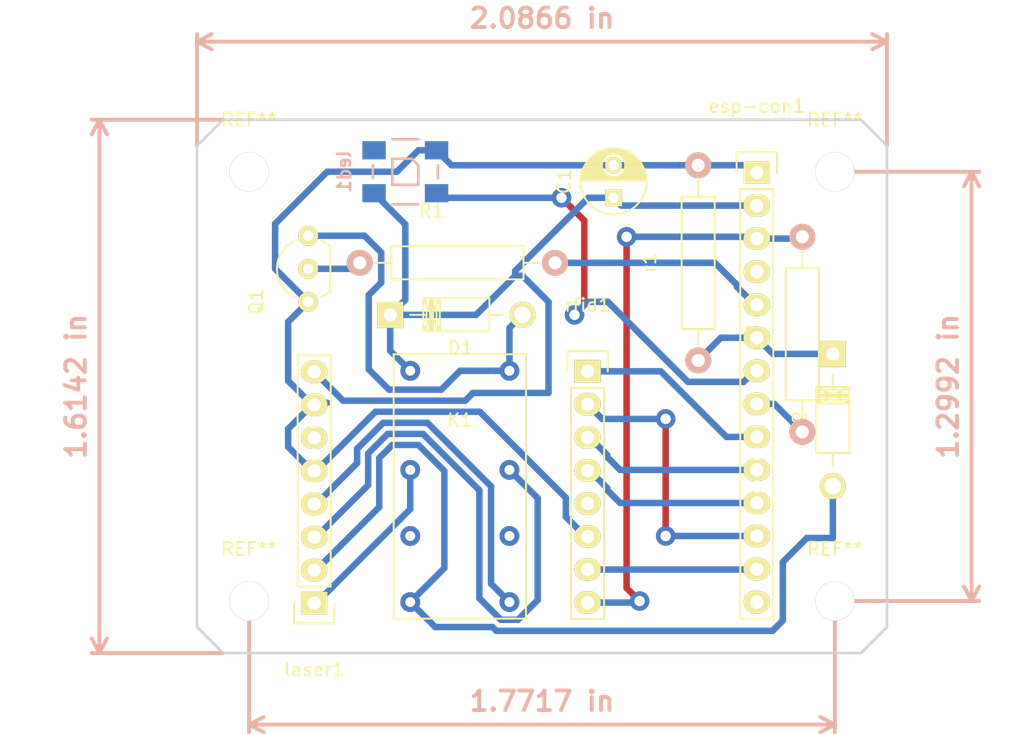
<source format=kicad_pcb>
(kicad_pcb (version 20170123) (host pcbnew no-vcs-found-7683~57~ubuntu14.04.1)

  (general
    (links 32)
    (no_connects 2)
    (area 131.361475 59.8525 191.640046 105.5025)
    (thickness 1.6)
    (drawings 12)
    (tracks 162)
    (zones 0)
    (modules 16)
    (nets 19)
  )

  (page A4)
  (layers
    (0 F.Cu signal)
    (31 B.Cu signal)
    (32 B.Adhes user)
    (33 F.Adhes user)
    (34 B.Paste user)
    (35 F.Paste user)
    (36 B.SilkS user)
    (37 F.SilkS user)
    (38 B.Mask user)
    (39 F.Mask user)
    (40 Dwgs.User user)
    (41 Cmts.User user)
    (42 Eco1.User user)
    (43 Eco2.User user)
    (44 Edge.Cuts user)
    (45 Margin user)
    (46 B.CrtYd user)
    (47 F.CrtYd user)
    (48 B.Fab user)
    (49 F.Fab user)
  )

  (setup
    (last_trace_width 0.5)
    (trace_clearance 0.35)
    (zone_clearance 0.508)
    (zone_45_only no)
    (trace_min 0.2)
    (segment_width 0.2)
    (edge_width 0.15)
    (via_size 1.5)
    (via_drill 0.8)
    (via_min_size 0.4)
    (via_min_drill 0.3)
    (uvia_size 0.3)
    (uvia_drill 0.1)
    (uvias_allowed no)
    (uvia_min_size 0.2)
    (uvia_min_drill 0.1)
    (pcb_text_width 0.3)
    (pcb_text_size 1.5 1.5)
    (mod_edge_width 0.15)
    (mod_text_size 1 1)
    (mod_text_width 0.15)
    (pad_size 1.524 1.524)
    (pad_drill 0.762)
    (pad_to_mask_clearance 0.2)
    (aux_axis_origin 0 0)
    (visible_elements FFFFFF7F)
    (pcbplotparams
      (layerselection 0x01000_fffffffe)
      (usegerberextensions false)
      (excludeedgelayer true)
      (linewidth 0.100000)
      (plotframeref false)
      (viasonmask false)
      (mode 1)
      (useauxorigin false)
      (hpglpennumber 1)
      (hpglpenspeed 20)
      (hpglpendiameter 15)
      (psnegative false)
      (psa4output false)
      (plotreference true)
      (plotvalue true)
      (plotinvisibletext false)
      (padsonsilk false)
      (subtractmaskfromsilk false)
      (outputformat 1)
      (mirror false)
      (drillshape 0)
      (scaleselection 1)
      (outputdirectory fab/))
  )

  (net 0 "")
  (net 1 GND)
  (net 2 +5V)
  (net 3 "Net-(D1-Pad2)")
  (net 4 /laser-sense)
  (net 5 /a-out)
  (net 6 +3V3)
  (net 7 /laser-on)
  (net 8 /ws2812)
  (net 9 "Net-(esp-con1-Pad8)")
  (net 10 /ss)
  (net 11 /mosi)
  (net 12 /miso)
  (net 13 /sck)
  (net 14 /rst)
  (net 15 /b-out)
  (net 16 /b-in)
  (net 17 /a-in)
  (net 18 "Net-(Q1-Pad2)")

  (net_class Default "This is the default net class."
    (clearance 0.35)
    (trace_width 0.5)
    (via_dia 1.5)
    (via_drill 0.8)
    (uvia_dia 0.3)
    (uvia_drill 0.1)
    (add_net +3V3)
    (add_net +5V)
    (add_net /a-in)
    (add_net /a-out)
    (add_net /b-in)
    (add_net /b-out)
    (add_net /laser-on)
    (add_net /laser-sense)
    (add_net /miso)
    (add_net /mosi)
    (add_net /rst)
    (add_net /sck)
    (add_net /ss)
    (add_net /ws2812)
    (add_net GND)
    (add_net "Net-(D1-Pad2)")
    (add_net "Net-(Q1-Pad2)")
    (add_net "Net-(esp-con1-Pad8)")
  )

  (module Mounting_Holes:MountingHole_3mm (layer F.Cu) (tedit 0) (tstamp 58CBCFAF)
    (at 138 66)
    (descr "Mounting hole, Befestigungsbohrung, 3mm, No Annular, Kein Restring,")
    (tags "Mounting hole, Befestigungsbohrung, 3mm, No Annular, Kein Restring,")
    (fp_text reference REF** (at 0 -4.0005) (layer F.SilkS)
      (effects (font (size 1 1) (thickness 0.15)))
    )
    (fp_text value MountingHole_3mm (at 1.00076 5.00126) (layer F.Fab)
      (effects (font (size 1 1) (thickness 0.15)))
    )
    (fp_circle (center 0 0) (end 3 0) (layer Cmts.User) (width 0.381))
    (pad 1 thru_hole circle (at 0 0) (size 3 3) (drill 3) (layers))
  )

  (module Mounting_Holes:MountingHole_3mm (layer F.Cu) (tedit 0) (tstamp 58CBCF48)
    (at 138 99)
    (descr "Mounting hole, Befestigungsbohrung, 3mm, No Annular, Kein Restring,")
    (tags "Mounting hole, Befestigungsbohrung, 3mm, No Annular, Kein Restring,")
    (fp_text reference REF** (at 0 -4.0005) (layer F.SilkS)
      (effects (font (size 1 1) (thickness 0.15)))
    )
    (fp_text value MountingHole_3mm (at 1.00076 5.00126) (layer F.Fab)
      (effects (font (size 1 1) (thickness 0.15)))
    )
    (fp_circle (center 0 0) (end 3 0) (layer Cmts.User) (width 0.381))
    (pad 1 thru_hole circle (at 0 0) (size 3 3) (drill 3) (layers))
  )

  (module Mounting_Holes:MountingHole_3mm (layer F.Cu) (tedit 0) (tstamp 58CBCF31)
    (at 183 99)
    (descr "Mounting hole, Befestigungsbohrung, 3mm, No Annular, Kein Restring,")
    (tags "Mounting hole, Befestigungsbohrung, 3mm, No Annular, Kein Restring,")
    (fp_text reference REF** (at 0 -4.0005) (layer F.SilkS)
      (effects (font (size 1 1) (thickness 0.15)))
    )
    (fp_text value MountingHole_3mm (at 1.00076 5.00126) (layer F.Fab)
      (effects (font (size 1 1) (thickness 0.15)))
    )
    (fp_circle (center 0 0) (end 3 0) (layer Cmts.User) (width 0.381))
    (pad 1 thru_hole circle (at 0 0) (size 3 3) (drill 3) (layers))
  )

  (module Mounting_Holes:MountingHole_3mm (layer F.Cu) (tedit 0) (tstamp 58CBCF29)
    (at 183 66)
    (descr "Mounting hole, Befestigungsbohrung, 3mm, No Annular, Kein Restring,")
    (tags "Mounting hole, Befestigungsbohrung, 3mm, No Annular, Kein Restring,")
    (fp_text reference REF** (at 0 -4.0005) (layer F.SilkS)
      (effects (font (size 1 1) (thickness 0.15)))
    )
    (fp_text value MountingHole_3mm (at 1.00076 5.00126) (layer F.Fab)
      (effects (font (size 1 1) (thickness 0.15)))
    )
    (fp_circle (center 0 0) (end 3 0) (layer Cmts.User) (width 0.381))
    (pad 1 thru_hole circle (at 0 0) (size 3 3) (drill 3) (layers))
  )

  (module fp:relay (layer F.Cu) (tedit 58C14F8D) (tstamp 58C68117)
    (at 154.19 81.3)
    (path /58C1416F)
    (fp_text reference K1 (at 0 3.81) (layer F.SilkS)
      (effects (font (size 1 1) (thickness 0.15)))
    )
    (fp_text value RELAY_2RT (at 0 1.27) (layer F.Fab)
      (effects (font (size 1 1) (thickness 0.15)))
    )
    (fp_line (start -5.08 -1.27) (end -5.08 -1.27) (layer F.SilkS) (width 0.15))
    (fp_line (start -5.08 19.05) (end -5.08 -1.27) (layer F.SilkS) (width 0.15))
    (fp_line (start 5.08 19.05) (end -5.08 19.05) (layer F.SilkS) (width 0.15))
    (fp_line (start 5.08 -1.27) (end 5.08 19.05) (layer F.SilkS) (width 0.15))
    (fp_line (start -5.08 -1.27) (end 5.08 -1.27) (layer F.SilkS) (width 0.15))
    (pad 1 thru_hole circle (at 3.81 17.78) (size 1.524 1.524) (drill 0.762) (layers *.Cu *.Mask)
      (net 15 /b-out))
    (pad 16 thru_hole circle (at -3.81 17.78) (size 1.524 1.524) (drill 0.762) (layers *.Cu *.Mask)
      (net 5 /a-out))
    (pad 3 thru_hole circle (at 3.81 12.7) (size 1.524 1.524) (drill 0.762) (layers *.Cu *.Mask))
    (pad 14 thru_hole circle (at -3.81 12.7) (size 1.524 1.524) (drill 0.762) (layers *.Cu *.Mask))
    (pad 5 thru_hole circle (at 3.81 7.62) (size 1.524 1.524) (drill 0.762) (layers *.Cu *.Mask)
      (net 16 /b-in))
    (pad 12 thru_hole circle (at -3.81 7.62) (size 1.524 1.524) (drill 0.762) (layers *.Cu *.Mask)
      (net 17 /a-in))
    (pad 9 thru_hole circle (at 3.81 0) (size 1.524 1.524) (drill 0.762) (layers *.Cu *.Mask)
      (net 3 "Net-(D1-Pad2)"))
    (pad 8 thru_hole circle (at -3.81 0) (size 1.524 1.524) (drill 0.762) (layers *.Cu *.Mask)
      (net 2 +5V))
  )

  (module Pin_Headers:Pin_Header_Straight_1x14 (layer F.Cu) (tedit 0) (tstamp 58C14A68)
    (at 177 66.06)
    (descr "Through hole pin header")
    (tags "pin header")
    (path /58C140E6)
    (fp_text reference esp-con1 (at 0 -5.1) (layer F.SilkS)
      (effects (font (size 1 1) (thickness 0.15)))
    )
    (fp_text value CONN_01X14 (at 0 -3.1) (layer F.Fab)
      (effects (font (size 1 1) (thickness 0.15)))
    )
    (fp_line (start -1.75 -1.75) (end -1.75 34.8) (layer F.CrtYd) (width 0.05))
    (fp_line (start 1.75 -1.75) (end 1.75 34.8) (layer F.CrtYd) (width 0.05))
    (fp_line (start -1.75 -1.75) (end 1.75 -1.75) (layer F.CrtYd) (width 0.05))
    (fp_line (start -1.75 34.8) (end 1.75 34.8) (layer F.CrtYd) (width 0.05))
    (fp_line (start -1.27 1.27) (end -1.27 34.29) (layer F.SilkS) (width 0.15))
    (fp_line (start -1.27 34.29) (end 1.27 34.29) (layer F.SilkS) (width 0.15))
    (fp_line (start 1.27 34.29) (end 1.27 1.27) (layer F.SilkS) (width 0.15))
    (fp_line (start 1.55 -1.55) (end 1.55 0) (layer F.SilkS) (width 0.15))
    (fp_line (start 1.27 1.27) (end -1.27 1.27) (layer F.SilkS) (width 0.15))
    (fp_line (start -1.55 0) (end -1.55 -1.55) (layer F.SilkS) (width 0.15))
    (fp_line (start -1.55 -1.55) (end 1.55 -1.55) (layer F.SilkS) (width 0.15))
    (pad 1 thru_hole rect (at 0 0) (size 2.032 1.7272) (drill 1.016) (layers *.Cu *.Mask F.SilkS)
      (net 1 GND))
    (pad 2 thru_hole oval (at 0 2.54) (size 2.032 1.7272) (drill 1.016) (layers *.Cu *.Mask F.SilkS)
      (net 2 +5V))
    (pad 3 thru_hole oval (at 0 5.08) (size 2.032 1.7272) (drill 1.016) (layers *.Cu *.Mask F.SilkS)
      (net 6 +3V3))
    (pad 4 thru_hole oval (at 0 7.62) (size 2.032 1.7272) (drill 1.016) (layers *.Cu *.Mask F.SilkS))
    (pad 5 thru_hole oval (at 0 10.16) (size 2.032 1.7272) (drill 1.016) (layers *.Cu *.Mask F.SilkS)
      (net 7 /laser-on))
    (pad 6 thru_hole oval (at 0 12.7) (size 2.032 1.7272) (drill 1.016) (layers *.Cu *.Mask F.SilkS)
      (net 4 /laser-sense))
    (pad 7 thru_hole oval (at 0 15.24) (size 2.032 1.7272) (drill 1.016) (layers *.Cu *.Mask F.SilkS)
      (net 8 /ws2812))
    (pad 8 thru_hole oval (at 0 17.78) (size 2.032 1.7272) (drill 1.016) (layers *.Cu *.Mask F.SilkS)
      (net 9 "Net-(esp-con1-Pad8)"))
    (pad 9 thru_hole oval (at 0 20.32) (size 2.032 1.7272) (drill 1.016) (layers *.Cu *.Mask F.SilkS)
      (net 10 /ss))
    (pad 10 thru_hole oval (at 0 22.86) (size 2.032 1.7272) (drill 1.016) (layers *.Cu *.Mask F.SilkS)
      (net 11 /mosi))
    (pad 11 thru_hole oval (at 0 25.4) (size 2.032 1.7272) (drill 1.016) (layers *.Cu *.Mask F.SilkS)
      (net 12 /miso))
    (pad 12 thru_hole oval (at 0 27.94) (size 2.032 1.7272) (drill 1.016) (layers *.Cu *.Mask F.SilkS)
      (net 13 /sck))
    (pad 13 thru_hole oval (at 0 30.48) (size 2.032 1.7272) (drill 1.016) (layers *.Cu *.Mask F.SilkS)
      (net 14 /rst))
    (pad 14 thru_hole oval (at 0 33.02) (size 2.032 1.7272) (drill 1.016) (layers *.Cu *.Mask F.SilkS))
    (model Pin_Headers.3dshapes/Pin_Header_Straight_1x14.wrl
      (at (xyz 0 -0.65 0))
      (scale (xyz 1 1 1))
      (rotate (xyz 0 0 90))
    )
  )

  (module fp:WS2812B (layer B.Cu) (tedit 53BEE615) (tstamp 58C14A70)
    (at 150 66 270)
    (path /58C14B62)
    (fp_text reference led1 (at 0 4.7 270) (layer B.SilkS)
      (effects (font (size 1 1) (thickness 0.2)) (justify mirror))
    )
    (fp_text value ws2812b (at 0 -4.8 270) (layer B.SilkS) hide
      (effects (font (size 1 1) (thickness 0.2)) (justify mirror))
    )
    (fp_line (start -1 1) (end 1 1) (layer B.SilkS) (width 0.2))
    (fp_line (start 1 1) (end 1 -1) (layer B.SilkS) (width 0.2))
    (fp_line (start 1 -1) (end -0.5 -1) (layer B.SilkS) (width 0.2))
    (fp_line (start -0.5 -1) (end -1 -0.5) (layer B.SilkS) (width 0.2))
    (fp_line (start -1 -0.5) (end -1 1) (layer B.SilkS) (width 0.2))
    (fp_line (start -2.5 1) (end -2.5 -1) (layer B.SilkS) (width 0.2))
    (fp_line (start -0.5 -2.5) (end 0.5 -2.5) (layer B.SilkS) (width 0.2))
    (fp_line (start 2.5 1) (end 2.5 -1) (layer B.SilkS) (width 0.2))
    (fp_line (start -0.5 2.5) (end 0.5 2.5) (layer B.SilkS) (width 0.2))
    (fp_line (start 2.1 -2.5) (end 2.5 -2.5) (layer Dwgs.User) (width 0.2))
    (fp_line (start -1.2 -2.5) (end 1.2 -2.5) (layer Dwgs.User) (width 0.2))
    (fp_line (start -2.5 -2.5) (end -2.1 -2.5) (layer Dwgs.User) (width 0.2))
    (fp_line (start 2.1 2.5) (end 2.5 2.5) (layer Dwgs.User) (width 0.2))
    (fp_line (start -1.2 2.5) (end 1.2 2.5) (layer Dwgs.User) (width 0.2))
    (fp_line (start -2.5 2.5) (end -2.1 2.5) (layer Dwgs.User) (width 0.2))
    (fp_line (start -2.1 2.7) (end -1.2 2.7) (layer Dwgs.User) (width 0.2))
    (fp_line (start -1.2 2.7) (end -1.2 1.8) (layer Dwgs.User) (width 0.2))
    (fp_line (start -1.2 1.8) (end -2.1 1.8) (layer Dwgs.User) (width 0.2))
    (fp_line (start -2.1 1.8) (end -2.1 2.7) (layer Dwgs.User) (width 0.2))
    (fp_line (start 2.1 2.7) (end 1.2 2.7) (layer Dwgs.User) (width 0.2))
    (fp_line (start 1.2 2.7) (end 1.2 1.8) (layer Dwgs.User) (width 0.2))
    (fp_line (start 1.2 1.8) (end 2.1 1.8) (layer Dwgs.User) (width 0.2))
    (fp_line (start 2.1 1.8) (end 2.1 2.7) (layer Dwgs.User) (width 0.2))
    (fp_line (start -2.1 -2.7) (end -2.1 -1.8) (layer Dwgs.User) (width 0.2))
    (fp_line (start -2.1 -1.8) (end -1.2 -1.8) (layer Dwgs.User) (width 0.2))
    (fp_line (start -1.2 -1.8) (end -1.2 -2.7) (layer Dwgs.User) (width 0.2))
    (fp_line (start -1.2 -2.7) (end -2.1 -2.7) (layer Dwgs.User) (width 0.2))
    (fp_line (start 1.2 -2.7) (end 1.2 -1.8) (layer Dwgs.User) (width 0.2))
    (fp_line (start 1.2 -1.8) (end 2.1 -1.8) (layer Dwgs.User) (width 0.2))
    (fp_line (start 2.1 -1.8) (end 2.1 -2.7) (layer Dwgs.User) (width 0.2))
    (fp_line (start 2.1 -2.7) (end 1.2 -2.7) (layer Dwgs.User) (width 0.2))
    (fp_line (start 2.5 2.5) (end 2.5 -2.5) (layer Dwgs.User) (width 0.2))
    (fp_line (start -2.49936 -2.49936) (end -2.49936 2.49936) (layer Dwgs.User) (width 0.2))
    (pad 1 smd rect (at 1.65 2.4 270) (size 1.4 1.8) (layers B.Cu B.Paste B.Mask)
      (net 2 +5V))
    (pad 2 smd rect (at -1.65 2.4 270) (size 1.4 1.8) (layers B.Cu B.Paste B.Mask))
    (pad 3 smd rect (at -1.65 -2.4 270) (size 1.4 1.8) (layers B.Cu B.Paste B.Mask)
      (net 1 GND))
    (pad 4 smd rect (at 1.65 -2.4 270) (size 1.4 1.8) (layers B.Cu B.Paste B.Mask)
      (net 8 /ws2812))
  )

  (module Pin_Headers:Pin_Header_Straight_1x08 (layer F.Cu) (tedit 0) (tstamp 58C6A460)
    (at 143 99.16 180)
    (descr "Through hole pin header")
    (tags "pin header")
    (path /58C15D27)
    (fp_text reference laser1 (at 0 -5.1 180) (layer F.SilkS)
      (effects (font (size 1 1) (thickness 0.15)))
    )
    (fp_text value CONN_01X08 (at 0 -3.1 180) (layer F.Fab)
      (effects (font (size 1 1) (thickness 0.15)))
    )
    (fp_line (start -1.55 -1.55) (end 1.55 -1.55) (layer F.SilkS) (width 0.15))
    (fp_line (start -1.55 0) (end -1.55 -1.55) (layer F.SilkS) (width 0.15))
    (fp_line (start 1.27 1.27) (end -1.27 1.27) (layer F.SilkS) (width 0.15))
    (fp_line (start 1.55 -1.55) (end 1.55 0) (layer F.SilkS) (width 0.15))
    (fp_line (start -1.27 19.05) (end -1.27 1.27) (layer F.SilkS) (width 0.15))
    (fp_line (start 1.27 19.05) (end -1.27 19.05) (layer F.SilkS) (width 0.15))
    (fp_line (start 1.27 1.27) (end 1.27 19.05) (layer F.SilkS) (width 0.15))
    (fp_line (start -1.75 19.55) (end 1.75 19.55) (layer F.CrtYd) (width 0.05))
    (fp_line (start -1.75 -1.75) (end 1.75 -1.75) (layer F.CrtYd) (width 0.05))
    (fp_line (start 1.75 -1.75) (end 1.75 19.55) (layer F.CrtYd) (width 0.05))
    (fp_line (start -1.75 -1.75) (end -1.75 19.55) (layer F.CrtYd) (width 0.05))
    (pad 8 thru_hole oval (at 0 17.78 180) (size 2.032 1.7272) (drill 1.016) (layers *.Cu *.Mask F.SilkS)
      (net 2 +5V))
    (pad 7 thru_hole oval (at 0 15.24 180) (size 2.032 1.7272) (drill 1.016) (layers *.Cu *.Mask F.SilkS)
      (net 1 GND))
    (pad 6 thru_hole oval (at 0 12.7 180) (size 2.032 1.7272) (drill 1.016) (layers *.Cu *.Mask F.SilkS))
    (pad 5 thru_hole oval (at 0 10.16 180) (size 2.032 1.7272) (drill 1.016) (layers *.Cu *.Mask F.SilkS)
      (net 1 GND))
    (pad 4 thru_hole oval (at 0 7.62 180) (size 2.032 1.7272) (drill 1.016) (layers *.Cu *.Mask F.SilkS)
      (net 15 /b-out))
    (pad 3 thru_hole oval (at 0 5.08 180) (size 2.032 1.7272) (drill 1.016) (layers *.Cu *.Mask F.SilkS)
      (net 16 /b-in))
    (pad 2 thru_hole oval (at 0 2.54 180) (size 2.032 1.7272) (drill 1.016) (layers *.Cu *.Mask F.SilkS)
      (net 5 /a-out))
    (pad 1 thru_hole rect (at 0 0 180) (size 2.032 1.7272) (drill 1.016) (layers *.Cu *.Mask F.SilkS)
      (net 17 /a-in))
    (model Pin_Headers.3dshapes/Pin_Header_Straight_1x08.wrl
      (at (xyz 0 -0.35 0))
      (scale (xyz 1 1 1))
      (rotate (xyz 0 0 90))
    )
  )

  (module Pin_Headers:Pin_Header_Straight_1x08 (layer F.Cu) (tedit 0) (tstamp 58C6A477)
    (at 164 81.34)
    (descr "Through hole pin header")
    (tags "pin header")
    (path /58C15A40)
    (fp_text reference rfid1 (at 0 -5.1) (layer F.SilkS)
      (effects (font (size 1 1) (thickness 0.15)))
    )
    (fp_text value CONN_01X08 (at 0 -3.1) (layer F.Fab)
      (effects (font (size 1 1) (thickness 0.15)))
    )
    (fp_line (start -1.75 -1.75) (end -1.75 19.55) (layer F.CrtYd) (width 0.05))
    (fp_line (start 1.75 -1.75) (end 1.75 19.55) (layer F.CrtYd) (width 0.05))
    (fp_line (start -1.75 -1.75) (end 1.75 -1.75) (layer F.CrtYd) (width 0.05))
    (fp_line (start -1.75 19.55) (end 1.75 19.55) (layer F.CrtYd) (width 0.05))
    (fp_line (start 1.27 1.27) (end 1.27 19.05) (layer F.SilkS) (width 0.15))
    (fp_line (start 1.27 19.05) (end -1.27 19.05) (layer F.SilkS) (width 0.15))
    (fp_line (start -1.27 19.05) (end -1.27 1.27) (layer F.SilkS) (width 0.15))
    (fp_line (start 1.55 -1.55) (end 1.55 0) (layer F.SilkS) (width 0.15))
    (fp_line (start 1.27 1.27) (end -1.27 1.27) (layer F.SilkS) (width 0.15))
    (fp_line (start -1.55 0) (end -1.55 -1.55) (layer F.SilkS) (width 0.15))
    (fp_line (start -1.55 -1.55) (end 1.55 -1.55) (layer F.SilkS) (width 0.15))
    (pad 1 thru_hole rect (at 0 0) (size 2.032 1.7272) (drill 1.016) (layers *.Cu *.Mask F.SilkS)
      (net 10 /ss))
    (pad 2 thru_hole oval (at 0 2.54) (size 2.032 1.7272) (drill 1.016) (layers *.Cu *.Mask F.SilkS)
      (net 13 /sck))
    (pad 3 thru_hole oval (at 0 5.08) (size 2.032 1.7272) (drill 1.016) (layers *.Cu *.Mask F.SilkS)
      (net 11 /mosi))
    (pad 4 thru_hole oval (at 0 7.62) (size 2.032 1.7272) (drill 1.016) (layers *.Cu *.Mask F.SilkS)
      (net 12 /miso))
    (pad 5 thru_hole oval (at 0 10.16) (size 2.032 1.7272) (drill 1.016) (layers *.Cu *.Mask F.SilkS))
    (pad 6 thru_hole oval (at 0 12.7) (size 2.032 1.7272) (drill 1.016) (layers *.Cu *.Mask F.SilkS)
      (net 1 GND))
    (pad 7 thru_hole oval (at 0 15.24) (size 2.032 1.7272) (drill 1.016) (layers *.Cu *.Mask F.SilkS)
      (net 14 /rst))
    (pad 8 thru_hole oval (at 0 17.78) (size 2.032 1.7272) (drill 1.016) (layers *.Cu *.Mask F.SilkS)
      (net 6 +3V3))
    (model Pin_Headers.3dshapes/Pin_Header_Straight_1x08.wrl
      (at (xyz 0 -0.35 0))
      (scale (xyz 1 1 1))
      (rotate (xyz 0 0 90))
    )
  )

  (module Capacitors_ThroughHole:C_Radial_D5_L6_P2.5 (layer F.Cu) (tedit 0) (tstamp 58CD89BB)
    (at 166 68 90)
    (descr "Radial Electrolytic Capacitor Diameter 5mm x Length 6mm, Pitch 2.5mm")
    (tags "Electrolytic Capacitor")
    (path /58C162A0)
    (fp_text reference C1 (at 1.25 -3.8 90) (layer F.SilkS)
      (effects (font (size 1 1) (thickness 0.15)))
    )
    (fp_text value CP (at 1.25 3.8 90) (layer F.Fab)
      (effects (font (size 1 1) (thickness 0.15)))
    )
    (fp_line (start 1.325 -2.499) (end 1.325 2.499) (layer F.SilkS) (width 0.15))
    (fp_line (start 1.465 -2.491) (end 1.465 2.491) (layer F.SilkS) (width 0.15))
    (fp_line (start 1.605 -2.475) (end 1.605 -0.095) (layer F.SilkS) (width 0.15))
    (fp_line (start 1.605 0.095) (end 1.605 2.475) (layer F.SilkS) (width 0.15))
    (fp_line (start 1.745 -2.451) (end 1.745 -0.49) (layer F.SilkS) (width 0.15))
    (fp_line (start 1.745 0.49) (end 1.745 2.451) (layer F.SilkS) (width 0.15))
    (fp_line (start 1.885 -2.418) (end 1.885 -0.657) (layer F.SilkS) (width 0.15))
    (fp_line (start 1.885 0.657) (end 1.885 2.418) (layer F.SilkS) (width 0.15))
    (fp_line (start 2.025 -2.377) (end 2.025 -0.764) (layer F.SilkS) (width 0.15))
    (fp_line (start 2.025 0.764) (end 2.025 2.377) (layer F.SilkS) (width 0.15))
    (fp_line (start 2.165 -2.327) (end 2.165 -0.835) (layer F.SilkS) (width 0.15))
    (fp_line (start 2.165 0.835) (end 2.165 2.327) (layer F.SilkS) (width 0.15))
    (fp_line (start 2.305 -2.266) (end 2.305 -0.879) (layer F.SilkS) (width 0.15))
    (fp_line (start 2.305 0.879) (end 2.305 2.266) (layer F.SilkS) (width 0.15))
    (fp_line (start 2.445 -2.196) (end 2.445 -0.898) (layer F.SilkS) (width 0.15))
    (fp_line (start 2.445 0.898) (end 2.445 2.196) (layer F.SilkS) (width 0.15))
    (fp_line (start 2.585 -2.114) (end 2.585 -0.896) (layer F.SilkS) (width 0.15))
    (fp_line (start 2.585 0.896) (end 2.585 2.114) (layer F.SilkS) (width 0.15))
    (fp_line (start 2.725 -2.019) (end 2.725 -0.871) (layer F.SilkS) (width 0.15))
    (fp_line (start 2.725 0.871) (end 2.725 2.019) (layer F.SilkS) (width 0.15))
    (fp_line (start 2.865 -1.908) (end 2.865 -0.823) (layer F.SilkS) (width 0.15))
    (fp_line (start 2.865 0.823) (end 2.865 1.908) (layer F.SilkS) (width 0.15))
    (fp_line (start 3.005 -1.78) (end 3.005 -0.745) (layer F.SilkS) (width 0.15))
    (fp_line (start 3.005 0.745) (end 3.005 1.78) (layer F.SilkS) (width 0.15))
    (fp_line (start 3.145 -1.631) (end 3.145 -0.628) (layer F.SilkS) (width 0.15))
    (fp_line (start 3.145 0.628) (end 3.145 1.631) (layer F.SilkS) (width 0.15))
    (fp_line (start 3.285 -1.452) (end 3.285 -0.44) (layer F.SilkS) (width 0.15))
    (fp_line (start 3.285 0.44) (end 3.285 1.452) (layer F.SilkS) (width 0.15))
    (fp_line (start 3.425 -1.233) (end 3.425 1.233) (layer F.SilkS) (width 0.15))
    (fp_line (start 3.565 -0.944) (end 3.565 0.944) (layer F.SilkS) (width 0.15))
    (fp_line (start 3.705 -0.472) (end 3.705 0.472) (layer F.SilkS) (width 0.15))
    (fp_circle (center 2.5 0) (end 2.5 -0.9) (layer F.SilkS) (width 0.15))
    (fp_circle (center 1.25 0) (end 1.25 -2.5375) (layer F.SilkS) (width 0.15))
    (fp_circle (center 1.25 0) (end 1.25 -2.8) (layer F.CrtYd) (width 0.05))
    (pad 1 thru_hole rect (at 0 0 90) (size 1.3 1.3) (drill 0.8) (layers *.Cu *.Mask F.SilkS)
      (net 2 +5V))
    (pad 2 thru_hole circle (at 2.5 0 90) (size 1.3 1.3) (drill 0.8) (layers *.Cu *.Mask F.SilkS)
      (net 1 GND))
    (model Capacitors_ThroughHole.3dshapes/C_Radial_D5_L6_P2.5.wrl
      (at (xyz 0.0492126 0 0))
      (scale (xyz 1 1 1))
      (rotate (xyz 0 0 90))
    )
  )

  (module Diodes_ThroughHole:Diode_DO-41_SOD81_Horizontal_RM10 (layer F.Cu) (tedit 552FFCCE) (tstamp 58CD89CF)
    (at 148.84 77.00254)
    (descr "Diode, DO-41, SOD81, Horizontal, RM 10mm,")
    (tags "Diode, DO-41, SOD81, Horizontal, RM 10mm, 1N4007, SB140,")
    (path /58C14DF4)
    (fp_text reference D1 (at 5.38734 2.53746) (layer F.SilkS)
      (effects (font (size 1 1) (thickness 0.15)))
    )
    (fp_text value D (at 4.37134 -3.55854) (layer F.Fab)
      (effects (font (size 1 1) (thickness 0.15)))
    )
    (fp_line (start 7.62 -0.00254) (end 8.636 -0.00254) (layer F.SilkS) (width 0.15))
    (fp_line (start 2.794 -0.00254) (end 1.524 -0.00254) (layer F.SilkS) (width 0.15))
    (fp_line (start 3.048 -1.27254) (end 3.048 1.26746) (layer F.SilkS) (width 0.15))
    (fp_line (start 3.302 -1.27254) (end 3.302 1.26746) (layer F.SilkS) (width 0.15))
    (fp_line (start 3.556 -1.27254) (end 3.556 1.26746) (layer F.SilkS) (width 0.15))
    (fp_line (start 2.794 -1.27254) (end 2.794 1.26746) (layer F.SilkS) (width 0.15))
    (fp_line (start 3.81 -1.27254) (end 2.54 1.26746) (layer F.SilkS) (width 0.15))
    (fp_line (start 2.54 -1.27254) (end 3.81 1.26746) (layer F.SilkS) (width 0.15))
    (fp_line (start 3.81 -1.27254) (end 3.81 1.26746) (layer F.SilkS) (width 0.15))
    (fp_line (start 3.175 -1.27254) (end 3.175 1.26746) (layer F.SilkS) (width 0.15))
    (fp_line (start 2.54 1.26746) (end 2.54 -1.27254) (layer F.SilkS) (width 0.15))
    (fp_line (start 2.54 -1.27254) (end 7.62 -1.27254) (layer F.SilkS) (width 0.15))
    (fp_line (start 7.62 -1.27254) (end 7.62 1.26746) (layer F.SilkS) (width 0.15))
    (fp_line (start 7.62 1.26746) (end 2.54 1.26746) (layer F.SilkS) (width 0.15))
    (pad 2 thru_hole circle (at 10.16 -0.00254 180) (size 1.99898 1.99898) (drill 1.27) (layers *.Cu *.Mask F.SilkS)
      (net 3 "Net-(D1-Pad2)"))
    (pad 1 thru_hole rect (at 0 -0.00254 180) (size 1.99898 1.99898) (drill 1.00076) (layers *.Cu *.Mask F.SilkS)
      (net 2 +5V))
  )

  (module Diodes_ThroughHole:Diode_DO-41_SOD81_Horizontal_RM10 (layer F.Cu) (tedit 552FFCCE) (tstamp 58CD89E3)
    (at 182.84 80.00254 270)
    (descr "Diode, DO-41, SOD81, Horizontal, RM 10mm,")
    (tags "Diode, DO-41, SOD81, Horizontal, RM 10mm, 1N4007, SB140,")
    (path /58C14F39)
    (fp_text reference D2 (at 5.38734 2.53746 270) (layer F.SilkS)
      (effects (font (size 1 1) (thickness 0.15)))
    )
    (fp_text value D (at 4.37134 -3.55854 270) (layer F.Fab)
      (effects (font (size 1 1) (thickness 0.15)))
    )
    (fp_line (start 7.62 1.26746) (end 2.54 1.26746) (layer F.SilkS) (width 0.15))
    (fp_line (start 7.62 -1.27254) (end 7.62 1.26746) (layer F.SilkS) (width 0.15))
    (fp_line (start 2.54 -1.27254) (end 7.62 -1.27254) (layer F.SilkS) (width 0.15))
    (fp_line (start 2.54 1.26746) (end 2.54 -1.27254) (layer F.SilkS) (width 0.15))
    (fp_line (start 3.175 -1.27254) (end 3.175 1.26746) (layer F.SilkS) (width 0.15))
    (fp_line (start 3.81 -1.27254) (end 3.81 1.26746) (layer F.SilkS) (width 0.15))
    (fp_line (start 2.54 -1.27254) (end 3.81 1.26746) (layer F.SilkS) (width 0.15))
    (fp_line (start 3.81 -1.27254) (end 2.54 1.26746) (layer F.SilkS) (width 0.15))
    (fp_line (start 2.794 -1.27254) (end 2.794 1.26746) (layer F.SilkS) (width 0.15))
    (fp_line (start 3.556 -1.27254) (end 3.556 1.26746) (layer F.SilkS) (width 0.15))
    (fp_line (start 3.302 -1.27254) (end 3.302 1.26746) (layer F.SilkS) (width 0.15))
    (fp_line (start 3.048 -1.27254) (end 3.048 1.26746) (layer F.SilkS) (width 0.15))
    (fp_line (start 2.794 -0.00254) (end 1.524 -0.00254) (layer F.SilkS) (width 0.15))
    (fp_line (start 7.62 -0.00254) (end 8.636 -0.00254) (layer F.SilkS) (width 0.15))
    (pad 1 thru_hole rect (at 0 -0.00254 90) (size 1.99898 1.99898) (drill 1.00076) (layers *.Cu *.Mask F.SilkS)
      (net 4 /laser-sense))
    (pad 2 thru_hole circle (at 10.16 -0.00254 90) (size 1.99898 1.99898) (drill 1.27) (layers *.Cu *.Mask F.SilkS)
      (net 5 /a-out))
  )

  (module Housings_TO-92:TO-92_Inline_Wide (layer F.Cu) (tedit 54F242B4) (tstamp 58CD89F3)
    (at 142.54 76 90)
    (descr "TO-92 leads in-line, wide, drill 0.8mm (see NXP sot054_po.pdf)")
    (tags "to-92 sc-43 sc-43a sot54 PA33 transistor")
    (path /58C17C87)
    (fp_text reference Q1 (at 0 -4 270) (layer F.SilkS)
      (effects (font (size 1 1) (thickness 0.15)))
    )
    (fp_text value Q_NPN_EBC (at 0 3 90) (layer F.Fab)
      (effects (font (size 1 1) (thickness 0.15)))
    )
    (fp_arc (start 2.54 0) (end 0.84 1.7) (angle 20.5) (layer F.SilkS) (width 0.15))
    (fp_arc (start 2.54 0) (end 4.24 1.7) (angle -20.5) (layer F.SilkS) (width 0.15))
    (fp_line (start -1 1.95) (end -1 -2.65) (layer F.CrtYd) (width 0.05))
    (fp_line (start -1 1.95) (end 6.1 1.95) (layer F.CrtYd) (width 0.05))
    (fp_line (start 0.84 1.7) (end 4.24 1.7) (layer F.SilkS) (width 0.15))
    (fp_arc (start 2.54 0) (end 2.54 -2.4) (angle -65.55604127) (layer F.SilkS) (width 0.15))
    (fp_arc (start 2.54 0) (end 2.54 -2.4) (angle 65.55604127) (layer F.SilkS) (width 0.15))
    (fp_line (start -1 -2.65) (end 6.1 -2.65) (layer F.CrtYd) (width 0.05))
    (fp_line (start 6.1 1.95) (end 6.1 -2.65) (layer F.CrtYd) (width 0.05))
    (pad 2 thru_hole circle (at 2.54 0 180) (size 1.524 1.524) (drill 0.8) (layers *.Cu *.Mask F.SilkS)
      (net 18 "Net-(Q1-Pad2)"))
    (pad 3 thru_hole circle (at 5.08 0 180) (size 1.524 1.524) (drill 0.8) (layers *.Cu *.Mask F.SilkS)
      (net 3 "Net-(D1-Pad2)"))
    (pad 1 thru_hole circle (at 0 0 180) (size 1.524 1.524) (drill 0.8) (layers *.Cu *.Mask F.SilkS)
      (net 1 GND))
    (model Housings_TO-92.3dshapes/TO-92_Inline_Wide.wrl
      (at (xyz 0.1 0 0))
      (scale (xyz 1 1 1))
      (rotate (xyz 0 0 -90))
    )
  )

  (module Resistors_ThroughHole:Resistor_Horizontal_RM15mm (layer F.Cu) (tedit 53F56292) (tstamp 58CD89FF)
    (at 172.5 73 90)
    (descr "Resistor, Axial, RM 15mm,")
    (tags "Resistor, Axial, RM 15mm,")
    (path /58C1502C)
    (fp_text reference r1 (at 0 -3.74904 90) (layer F.SilkS)
      (effects (font (size 1 1) (thickness 0.15)))
    )
    (fp_text value 10k (at 0 4.0005 90) (layer F.Fab)
      (effects (font (size 1 1) (thickness 0.15)))
    )
    (fp_line (start -5.08 -1.27) (end -5.08 1.27) (layer F.SilkS) (width 0.15))
    (fp_line (start -5.08 1.27) (end 5.08 1.27) (layer F.SilkS) (width 0.15))
    (fp_line (start 5.08 1.27) (end 5.08 -1.27) (layer F.SilkS) (width 0.15))
    (fp_line (start 5.08 -1.27) (end -5.08 -1.27) (layer F.SilkS) (width 0.15))
    (fp_line (start 6.35 0) (end 5.08 0) (layer F.SilkS) (width 0.15))
    (fp_line (start -6.35 0) (end -5.08 0) (layer F.SilkS) (width 0.15))
    (pad 1 thru_hole circle (at -7.5 0 90) (size 1.99898 1.99898) (drill 1.00076) (layers *.Cu *.SilkS *.Mask)
      (net 4 /laser-sense))
    (pad 2 thru_hole circle (at 7.5 0 90) (size 1.99898 1.99898) (drill 1.00076) (layers *.Cu *.SilkS *.Mask)
      (net 1 GND))
    (model Resistors_ThroughHole.3dshapes/Resistor_Horizontal_RM15mm.wrl
      (at (xyz 0 0 0))
      (scale (xyz 0.4 0.4 0.4))
      (rotate (xyz 0 0 0))
    )
  )

  (module Resistors_ThroughHole:Resistor_Horizontal_RM15mm (layer F.Cu) (tedit 53F56292) (tstamp 58CD8A0B)
    (at 154 73)
    (descr "Resistor, Axial, RM 15mm,")
    (tags "Resistor, Axial, RM 15mm,")
    (path /58C15335)
    (fp_text reference R1 (at -2 -4) (layer F.SilkS)
      (effects (font (size 1 1) (thickness 0.15)))
    )
    (fp_text value 330r (at 0 4.0005) (layer F.Fab)
      (effects (font (size 1 1) (thickness 0.15)))
    )
    (fp_line (start -6.35 0) (end -5.08 0) (layer F.SilkS) (width 0.15))
    (fp_line (start 6.35 0) (end 5.08 0) (layer F.SilkS) (width 0.15))
    (fp_line (start 5.08 -1.27) (end -5.08 -1.27) (layer F.SilkS) (width 0.15))
    (fp_line (start 5.08 1.27) (end 5.08 -1.27) (layer F.SilkS) (width 0.15))
    (fp_line (start -5.08 1.27) (end 5.08 1.27) (layer F.SilkS) (width 0.15))
    (fp_line (start -5.08 -1.27) (end -5.08 1.27) (layer F.SilkS) (width 0.15))
    (pad 2 thru_hole circle (at 7.5 0) (size 1.99898 1.99898) (drill 1.00076) (layers *.Cu *.SilkS *.Mask)
      (net 7 /laser-on))
    (pad 1 thru_hole circle (at -7.5 0) (size 1.99898 1.99898) (drill 1.00076) (layers *.Cu *.SilkS *.Mask)
      (net 18 "Net-(Q1-Pad2)"))
    (model Resistors_ThroughHole.3dshapes/Resistor_Horizontal_RM15mm.wrl
      (at (xyz 0 0 0))
      (scale (xyz 0.4 0.4 0.4))
      (rotate (xyz 0 0 0))
    )
  )

  (module Resistors_ThroughHole:Resistor_Horizontal_RM15mm (layer F.Cu) (tedit 53F56292) (tstamp 58D15A66)
    (at 180.5 78.5 90)
    (descr "Resistor, Axial, RM 15mm,")
    (tags "Resistor, Axial, RM 15mm,")
    (path /58C18077)
    (fp_text reference r2 (at 0 -3.74904 90) (layer F.SilkS)
      (effects (font (size 1 1) (thickness 0.15)))
    )
    (fp_text value 10k (at 0 4.0005 90) (layer F.Fab)
      (effects (font (size 1 1) (thickness 0.15)))
    )
    (fp_line (start -5.08 -1.27) (end -5.08 1.27) (layer F.SilkS) (width 0.15))
    (fp_line (start -5.08 1.27) (end 5.08 1.27) (layer F.SilkS) (width 0.15))
    (fp_line (start 5.08 1.27) (end 5.08 -1.27) (layer F.SilkS) (width 0.15))
    (fp_line (start 5.08 -1.27) (end -5.08 -1.27) (layer F.SilkS) (width 0.15))
    (fp_line (start 6.35 0) (end 5.08 0) (layer F.SilkS) (width 0.15))
    (fp_line (start -6.35 0) (end -5.08 0) (layer F.SilkS) (width 0.15))
    (pad 1 thru_hole circle (at -7.5 0 90) (size 1.99898 1.99898) (drill 1.00076) (layers *.Cu *.SilkS *.Mask)
      (net 9 "Net-(esp-con1-Pad8)"))
    (pad 2 thru_hole circle (at 7.5 0 90) (size 1.99898 1.99898) (drill 1.00076) (layers *.Cu *.SilkS *.Mask)
      (net 6 +3V3))
    (model Resistors_ThroughHole.3dshapes/Resistor_Horizontal_RM15mm.wrl
      (at (xyz 0 0 0))
      (scale (xyz 0.4 0.4 0.4))
      (rotate (xyz 0 0 0))
    )
  )

  (dimension 33 (width 0.3) (layer B.SilkS)
    (gr_text "33.000 mm" (at 194.85 82.5 90) (layer B.SilkS)
      (effects (font (size 1.5 1.5) (thickness 0.3)))
    )
    (feature1 (pts (xy 183 66) (xy 196.2 66)))
    (feature2 (pts (xy 183 99) (xy 196.2 99)))
    (crossbar (pts (xy 193.5 99) (xy 193.5 66)))
    (arrow1a (pts (xy 193.5 66) (xy 194.086421 67.126504)))
    (arrow1b (pts (xy 193.5 66) (xy 192.913579 67.126504)))
    (arrow2a (pts (xy 193.5 99) (xy 194.086421 97.873496)))
    (arrow2b (pts (xy 193.5 99) (xy 192.913579 97.873496)))
  )
  (dimension 45 (width 0.3) (layer B.SilkS)
    (gr_text "45.000 mm" (at 160.5 109.85) (layer B.SilkS)
      (effects (font (size 1.5 1.5) (thickness 0.3)))
    )
    (feature1 (pts (xy 183 99) (xy 183 111.2)))
    (feature2 (pts (xy 138 99) (xy 138 111.2)))
    (crossbar (pts (xy 138 108.5) (xy 183 108.5)))
    (arrow1a (pts (xy 183 108.5) (xy 181.873496 109.086421)))
    (arrow1b (pts (xy 183 108.5) (xy 181.873496 107.913579)))
    (arrow2a (pts (xy 138 108.5) (xy 139.126504 109.086421)))
    (arrow2b (pts (xy 138 108.5) (xy 139.126504 107.913579)))
  )
  (dimension 41 (width 0.3) (layer B.SilkS)
    (gr_text "41.000 mm" (at 125.15 82.5 270) (layer B.SilkS)
      (effects (font (size 1.5 1.5) (thickness 0.3)))
    )
    (feature1 (pts (xy 136 103) (xy 123.8 103)))
    (feature2 (pts (xy 136 62) (xy 123.8 62)))
    (crossbar (pts (xy 126.5 62) (xy 126.5 103)))
    (arrow1a (pts (xy 126.5 103) (xy 125.913579 101.873496)))
    (arrow1b (pts (xy 126.5 103) (xy 127.086421 101.873496)))
    (arrow2a (pts (xy 126.5 62) (xy 125.913579 63.126504)))
    (arrow2b (pts (xy 126.5 62) (xy 127.086421 63.126504)))
  )
  (dimension 53 (width 0.3) (layer B.SilkS)
    (gr_text "53.000 mm" (at 160.5 54.65) (layer B.SilkS)
      (effects (font (size 1.5 1.5) (thickness 0.3)))
    )
    (feature1 (pts (xy 187 64) (xy 187 53.3)))
    (feature2 (pts (xy 134 64) (xy 134 53.3)))
    (crossbar (pts (xy 134 56) (xy 187 56)))
    (arrow1a (pts (xy 187 56) (xy 185.873496 56.586421)))
    (arrow1b (pts (xy 187 56) (xy 185.873496 55.413579)))
    (arrow2a (pts (xy 134 56) (xy 135.126504 56.586421)))
    (arrow2b (pts (xy 134 56) (xy 135.126504 55.413579)))
  )
  (gr_line (start 136 62) (end 134 64) (layer Edge.Cuts) (width 0.2) (tstamp 58CBCFBC))
  (gr_line (start 134 101) (end 134 64) (layer Edge.Cuts) (width 0.2))
  (gr_line (start 136 103) (end 134 101) (layer Edge.Cuts) (width 0.2))
  (gr_line (start 185 103) (end 136 103) (layer Edge.Cuts) (width 0.2))
  (gr_line (start 187 101) (end 185 103) (layer Edge.Cuts) (width 0.2))
  (gr_line (start 187 64) (end 187 101) (layer Edge.Cuts) (width 0.2))
  (gr_line (start 185 62) (end 187 64) (layer Edge.Cuts) (width 0.2))
  (gr_line (start 136 62) (end 185 62) (layer Edge.Cuts) (width 0.2))

  (segment (start 142.54 76) (end 140 73.46) (width 0.5) (layer B.Cu) (net 1))
  (segment (start 140 73.46) (end 140 70) (width 0.5) (layer B.Cu) (net 1))
  (segment (start 140 70) (end 144 66) (width 0.5) (layer B.Cu) (net 1))
  (segment (start 144 66) (end 149.35 66) (width 0.5) (layer B.Cu) (net 1))
  (segment (start 149.35 66) (end 151 64.35) (width 0.5) (layer B.Cu) (net 1))
  (segment (start 151 64.35) (end 152.4 64.35) (width 0.5) (layer B.Cu) (net 1))
  (segment (start 162.33399 92.52639) (end 163.8476 94.04) (width 0.5) (layer B.Cu) (net 1))
  (segment (start 163.8476 94.04) (end 164 94.04) (width 0.5) (layer B.Cu) (net 1))
  (segment (start 147.702433 84.449967) (end 155.722774 84.449967) (width 0.5) (layer B.Cu) (net 1))
  (segment (start 162.33399 91.061183) (end 162.33399 92.52639) (width 0.5) (layer B.Cu) (net 1))
  (segment (start 143.1524 89) (end 147.702433 84.449967) (width 0.5) (layer B.Cu) (net 1))
  (segment (start 155.722774 84.449967) (end 162.33399 91.061183) (width 0.5) (layer B.Cu) (net 1))
  (segment (start 143 89) (end 143.1524 89) (width 0.5) (layer B.Cu) (net 1))
  (segment (start 142.8476 83.92) (end 141 82.0724) (width 0.5) (layer B.Cu) (net 1))
  (segment (start 141 82.0724) (end 141 77.54) (width 0.5) (layer B.Cu) (net 1))
  (segment (start 141.778001 76.761999) (end 142.54 76) (width 0.5) (layer B.Cu) (net 1))
  (segment (start 141 77.54) (end 141.778001 76.761999) (width 0.5) (layer B.Cu) (net 1))
  (segment (start 143 89) (end 142.8476 89) (width 0.5) (layer B.Cu) (net 1))
  (segment (start 142.8476 89) (end 141 87.1524) (width 0.5) (layer B.Cu) (net 1))
  (segment (start 141 87.1524) (end 141 85.7676) (width 0.5) (layer B.Cu) (net 1))
  (segment (start 141 85.7676) (end 142.8476 83.92) (width 0.5) (layer B.Cu) (net 1))
  (segment (start 142.8476 83.92) (end 143 83.92) (width 0.5) (layer B.Cu) (net 1))
  (segment (start 172.5 65.5) (end 171.086508 65.5) (width 0.5) (layer B.Cu) (net 1))
  (segment (start 171.086508 65.5) (end 166 65.5) (width 0.5) (layer B.Cu) (net 1))
  (segment (start 166 65.5) (end 153.55 65.5) (width 0.5) (layer B.Cu) (net 1))
  (segment (start 153.55 65.5) (end 152.4 64.35) (width 0.5) (layer B.Cu) (net 1))
  (segment (start 143.8476 83.76) (end 144 83.76) (width 0.5) (layer B.Cu) (net 1))
  (segment (start 172.5 65.5) (end 176.44 65.5) (width 0.5) (layer B.Cu) (net 1))
  (segment (start 176.44 65.5) (end 177 66.06) (width 0.5) (layer B.Cu) (net 1))
  (segment (start 161 83) (end 161 76) (width 0.5) (layer B.Cu) (net 2))
  (segment (start 143 81.38) (end 145.219957 83.599957) (width 0.5) (layer B.Cu) (net 2))
  (segment (start 145.219957 83.599957) (end 154.602139 83.599957) (width 0.5) (layer B.Cu) (net 2))
  (segment (start 161 76) (end 159 74) (width 0.5) (layer B.Cu) (net 2))
  (segment (start 155.202096 83) (end 161 83) (width 0.5) (layer B.Cu) (net 2))
  (segment (start 159 74) (end 158.441248 74) (width 0.5) (layer B.Cu) (net 2))
  (segment (start 154.602139 83.599957) (end 155.202096 83) (width 0.5) (layer B.Cu) (net 2))
  (segment (start 166 68) (end 164.058752 68) (width 0.5) (layer B.Cu) (net 2))
  (segment (start 164.058752 68) (end 158.441248 73.617504) (width 0.5) (layer B.Cu) (net 2))
  (segment (start 158.441248 73.617504) (end 158.441248 74) (width 0.5) (layer B.Cu) (net 2))
  (segment (start 158.441248 74) (end 155.441248 77) (width 0.5) (layer B.Cu) (net 2))
  (segment (start 155.441248 77) (end 148.84 77) (width 0.5) (layer B.Cu) (net 2))
  (segment (start 147.6 67.65) (end 150 70.05) (width 0.5) (layer B.Cu) (net 2))
  (segment (start 150 70.05) (end 150 75.84) (width 0.5) (layer B.Cu) (net 2))
  (segment (start 150 75.84) (end 148.84 77) (width 0.5) (layer B.Cu) (net 2))
  (segment (start 148.84 77) (end 148.84 79.76) (width 0.5) (layer B.Cu) (net 2))
  (segment (start 148.84 79.76) (end 150.38 81.3) (width 0.5) (layer B.Cu) (net 2))
  (segment (start 150.3 81.22) (end 150.38 81.3) (width 0.5) (layer B.Cu) (net 2))
  (segment (start 177 68.6) (end 166.6 68.6) (width 0.5) (layer B.Cu) (net 2))
  (segment (start 166.6 68.6) (end 166 68) (width 0.5) (layer B.Cu) (net 2))
  (segment (start 156.92237 81.3) (end 158 81.3) (width 0.5) (layer B.Cu) (net 3))
  (segment (start 152.760431 82.749947) (end 154.210378 81.3) (width 0.5) (layer B.Cu) (net 3))
  (segment (start 147.190509 81.190509) (end 148.749946 82.749946) (width 0.5) (layer B.Cu) (net 3))
  (segment (start 154.210378 81.3) (end 156.92237 81.3) (width 0.5) (layer B.Cu) (net 3))
  (segment (start 148.749946 82.749946) (end 152.760431 82.749947) (width 0.5) (layer B.Cu) (net 3))
  (segment (start 147.190509 75.480509) (end 147.190509 81.190509) (width 0.5) (layer B.Cu) (net 3))
  (segment (start 148.149491 74.521527) (end 147.190509 75.480509) (width 0.5) (layer B.Cu) (net 3))
  (segment (start 148.149491 72.208243) (end 148.149491 74.521527) (width 0.5) (layer B.Cu) (net 3))
  (segment (start 146.861248 70.92) (end 148.149491 72.208243) (width 0.5) (layer B.Cu) (net 3))
  (segment (start 142.54 70.92) (end 146.861248 70.92) (width 0.5) (layer B.Cu) (net 3))
  (segment (start 158 81.3) (end 158 78) (width 0.5) (layer B.Cu) (net 3))
  (segment (start 158 78) (end 159 77) (width 0.5) (layer B.Cu) (net 3))
  (segment (start 182.84254 80.00254) (end 178.24254 80.00254) (width 0.5) (layer B.Cu) (net 4))
  (segment (start 178.24254 80.00254) (end 177 78.76) (width 0.5) (layer B.Cu) (net 4))
  (segment (start 172.5 80.5) (end 174.24 78.76) (width 0.5) (layer B.Cu) (net 4))
  (segment (start 174.24 78.76) (end 177 78.76) (width 0.5) (layer B.Cu) (net 4))
  (segment (start 156.702141 101) (end 152.3 101) (width 0.5) (layer B.Cu) (net 5))
  (segment (start 152.3 101) (end 150.38 99.08) (width 0.5) (layer B.Cu) (net 5))
  (segment (start 156.994153 101.292012) (end 156.702141 101) (width 0.5) (layer B.Cu) (net 5))
  (segment (start 178.207988 101.292012) (end 156.994153 101.292012) (width 0.5) (layer B.Cu) (net 5))
  (segment (start 179 100.5) (end 178.207988 101.292012) (width 0.5) (layer B.Cu) (net 5))
  (segment (start 179 96) (end 179 100.5) (width 0.5) (layer B.Cu) (net 5))
  (segment (start 180.84254 94.15746) (end 179 96) (width 0.5) (layer B.Cu) (net 5))
  (segment (start 182.84254 94.15746) (end 180.84254 94.15746) (width 0.5) (layer B.Cu) (net 5))
  (segment (start 182.84254 90.16254) (end 182.84254 94.15746) (width 0.5) (layer B.Cu) (net 5))
  (segment (start 143.1524 96.62) (end 148 91.7724) (width 0.5) (layer B.Cu) (net 5))
  (segment (start 148 91.7724) (end 148 88) (width 0.5) (layer B.Cu) (net 5))
  (segment (start 153 89) (end 153 96.46) (width 0.5) (layer B.Cu) (net 5))
  (segment (start 153 96.46) (end 151.141999 98.318001) (width 0.5) (layer B.Cu) (net 5))
  (segment (start 148 88) (end 149 87) (width 0.5) (layer B.Cu) (net 5))
  (segment (start 143 96.62) (end 143.1524 96.62) (width 0.5) (layer B.Cu) (net 5))
  (segment (start 149 87) (end 151 87) (width 0.5) (layer B.Cu) (net 5))
  (segment (start 151 87) (end 153 89) (width 0.5) (layer B.Cu) (net 5))
  (segment (start 151.141999 98.318001) (end 150.38 99.08) (width 0.5) (layer B.Cu) (net 5))
  (segment (start 177 71.14) (end 180.36 71.14) (width 0.5) (layer B.Cu) (net 6))
  (segment (start 180.36 71.14) (end 180.5 71) (width 0.5) (layer B.Cu) (net 6))
  (segment (start 167 71) (end 176.86 71) (width 0.5) (layer B.Cu) (net 6))
  (segment (start 176.86 71) (end 177 71.14) (width 0.5) (layer B.Cu) (net 6))
  (segment (start 168 99) (end 167 98) (width 0.5) (layer F.Cu) (net 6))
  (segment (start 167 98) (end 167 71) (width 0.5) (layer F.Cu) (net 6))
  (via (at 167 71) (size 1.5) (drill 0.8) (layers F.Cu B.Cu) (net 6))
  (segment (start 164 99.12) (end 167.88 99.12) (width 0.5) (layer B.Cu) (net 6))
  (via (at 168 99) (size 1.5) (drill 0.8) (layers F.Cu B.Cu) (net 6))
  (segment (start 167.88 99.12) (end 168 99) (width 0.5) (layer B.Cu) (net 6))
  (segment (start 161.5 73) (end 173.78 73) (width 0.5) (layer B.Cu) (net 7))
  (segment (start 173.78 73) (end 175.484 74.704) (width 0.5) (layer B.Cu) (net 7))
  (segment (start 175.484 74.704) (end 175.484 74.8564) (width 0.5) (layer B.Cu) (net 7))
  (segment (start 175.484 74.8564) (end 176.8476 76.22) (width 0.5) (layer B.Cu) (net 7))
  (segment (start 176.8476 76.22) (end 177 76.22) (width 0.5) (layer B.Cu) (net 7))
  (segment (start 162 68) (end 152.75 68) (width 0.5) (layer B.Cu) (net 8))
  (segment (start 152.75 68) (end 152.4 67.65) (width 0.5) (layer B.Cu) (net 8))
  (segment (start 163 77) (end 163.749999 76.250001) (width 0.5) (layer F.Cu) (net 8))
  (segment (start 163.749999 69.749999) (end 162 68) (width 0.5) (layer F.Cu) (net 8))
  (segment (start 163.749999 76.250001) (end 163.749999 69.749999) (width 0.5) (layer F.Cu) (net 8))
  (via (at 162 68) (size 1.5) (drill 0.8) (layers F.Cu B.Cu) (net 8))
  (segment (start 165.558752 76) (end 164 76) (width 0.5) (layer B.Cu) (net 8))
  (segment (start 164 76) (end 163 77) (width 0.5) (layer B.Cu) (net 8))
  (via (at 163 77) (size 1.5) (drill 0.8) (layers F.Cu B.Cu) (net 8))
  (segment (start 171.708243 82.149491) (end 165.558752 76) (width 0.5) (layer B.Cu) (net 8))
  (segment (start 177 81.3) (end 176.8476 81.3) (width 0.5) (layer B.Cu) (net 8))
  (segment (start 176.8476 81.3) (end 175.998109 82.149491) (width 0.5) (layer B.Cu) (net 8))
  (segment (start 175.998109 82.149491) (end 171.708243 82.149491) (width 0.5) (layer B.Cu) (net 8))
  (segment (start 177 83.84) (end 178.34 83.84) (width 0.5) (layer B.Cu) (net 9))
  (segment (start 178.34 83.84) (end 180.5 86) (width 0.5) (layer B.Cu) (net 9))
  (segment (start 175.484 86.38) (end 177 86.38) (width 0.5) (layer B.Cu) (net 10))
  (segment (start 174.665946 86.38) (end 175.484 86.38) (width 0.5) (layer B.Cu) (net 10))
  (segment (start 169.625946 81.34) (end 174.665946 86.38) (width 0.5) (layer B.Cu) (net 10))
  (segment (start 164 81.34) (end 169.625946 81.34) (width 0.5) (layer B.Cu) (net 10))
  (segment (start 177 88.92) (end 166.5 88.92) (width 0.5) (layer B.Cu) (net 11))
  (segment (start 166.5 88.92) (end 165.516 87.936) (width 0.5) (layer B.Cu) (net 11))
  (segment (start 165.516 87.936) (end 165.516 87.7836) (width 0.5) (layer B.Cu) (net 11))
  (segment (start 165.516 87.7836) (end 164.1524 86.42) (width 0.5) (layer B.Cu) (net 11))
  (segment (start 164.1524 86.42) (end 164 86.42) (width 0.5) (layer B.Cu) (net 11))
  (segment (start 177 91.46) (end 166.5 91.46) (width 0.5) (layer B.Cu) (net 12))
  (segment (start 166.5 91.46) (end 165.516 90.476) (width 0.5) (layer B.Cu) (net 12))
  (segment (start 165.516 90.476) (end 165.516 90.3236) (width 0.5) (layer B.Cu) (net 12))
  (segment (start 165.516 90.3236) (end 164.1524 88.96) (width 0.5) (layer B.Cu) (net 12))
  (segment (start 164.1524 88.96) (end 164 88.96) (width 0.5) (layer B.Cu) (net 12))
  (segment (start 170 85) (end 165.12 85) (width 0.5) (layer B.Cu) (net 13))
  (segment (start 165.12 85) (end 164 83.88) (width 0.5) (layer B.Cu) (net 13))
  (via (at 170 85) (size 1.5) (drill 0.8) (layers F.Cu B.Cu) (net 13))
  (segment (start 170 94) (end 170 85) (width 0.5) (layer F.Cu) (net 13))
  (segment (start 177 94) (end 170 94) (width 0.5) (layer B.Cu) (net 13))
  (via (at 170 94) (size 1.5) (drill 0.8) (layers F.Cu B.Cu) (net 13))
  (segment (start 164 96.58) (end 176.96 96.58) (width 0.5) (layer B.Cu) (net 14))
  (segment (start 176.96 96.58) (end 177 96.54) (width 0.5) (layer B.Cu) (net 14))
  (segment (start 143 91.54) (end 143.1524 91.54) (width 0.5) (layer B.Cu) (net 15))
  (segment (start 156.587999 97.667999) (end 157.238001 98.318001) (width 0.5) (layer B.Cu) (net 15))
  (segment (start 151.704172 85.299978) (end 156.587999 90.183805) (width 0.5) (layer B.Cu) (net 15))
  (segment (start 148.295828 85.299978) (end 151.704172 85.299978) (width 0.5) (layer B.Cu) (net 15))
  (segment (start 157.238001 98.318001) (end 158 99.08) (width 0.5) (layer B.Cu) (net 15))
  (segment (start 143.1524 91.54) (end 146.299978 88.392422) (width 0.5) (layer B.Cu) (net 15))
  (segment (start 156.587999 90.183805) (end 156.587999 97.667999) (width 0.5) (layer B.Cu) (net 15))
  (segment (start 146.299978 87.295828) (end 148.295828 85.299978) (width 0.5) (layer B.Cu) (net 15))
  (segment (start 146.299978 88.392422) (end 146.299978 87.295828) (width 0.5) (layer B.Cu) (net 15))
  (segment (start 158.761999 89.681999) (end 158 88.92) (width 0.5) (layer B.Cu) (net 16))
  (segment (start 155.687988 98.78375) (end 157.346239 100.442001) (width 0.5) (layer B.Cu) (net 16))
  (segment (start 147.149989 87.647914) (end 148.647914 86.149989) (width 0.5) (layer B.Cu) (net 16))
  (segment (start 160.169762 98.926) (end 160.169762 91.089762) (width 0.5) (layer B.Cu) (net 16))
  (segment (start 158.653761 100.442001) (end 160.169762 98.926) (width 0.5) (layer B.Cu) (net 16))
  (segment (start 157.346239 100.442001) (end 158.653761 100.442001) (width 0.5) (layer B.Cu) (net 16))
  (segment (start 151.352086 86.149989) (end 155.687988 90.485891) (width 0.5) (layer B.Cu) (net 16))
  (segment (start 155.687988 90.485891) (end 155.687988 98.78375) (width 0.5) (layer B.Cu) (net 16))
  (segment (start 147.149989 90.082411) (end 147.149989 87.647914) (width 0.5) (layer B.Cu) (net 16))
  (segment (start 143.1524 94.08) (end 147.149989 90.082411) (width 0.5) (layer B.Cu) (net 16))
  (segment (start 143 94.08) (end 143.1524 94.08) (width 0.5) (layer B.Cu) (net 16))
  (segment (start 148.647914 86.149989) (end 151.352086 86.149989) (width 0.5) (layer B.Cu) (net 16))
  (segment (start 160.169762 91.089762) (end 158.761999 89.681999) (width 0.5) (layer B.Cu) (net 16))
  (segment (start 150.38 88.92) (end 150.38 91.9324) (width 0.5) (layer B.Cu) (net 17))
  (segment (start 150.38 91.9324) (end 143.1524 99.16) (width 0.5) (layer B.Cu) (net 17))
  (segment (start 143.1524 99.16) (end 143 99.16) (width 0.5) (layer B.Cu) (net 17))
  (segment (start 142.54 73.46) (end 146.04 73.46) (width 0.5) (layer B.Cu) (net 18))
  (segment (start 146.04 73.46) (end 146.5 73) (width 0.5) (layer B.Cu) (net 18))

)

</source>
